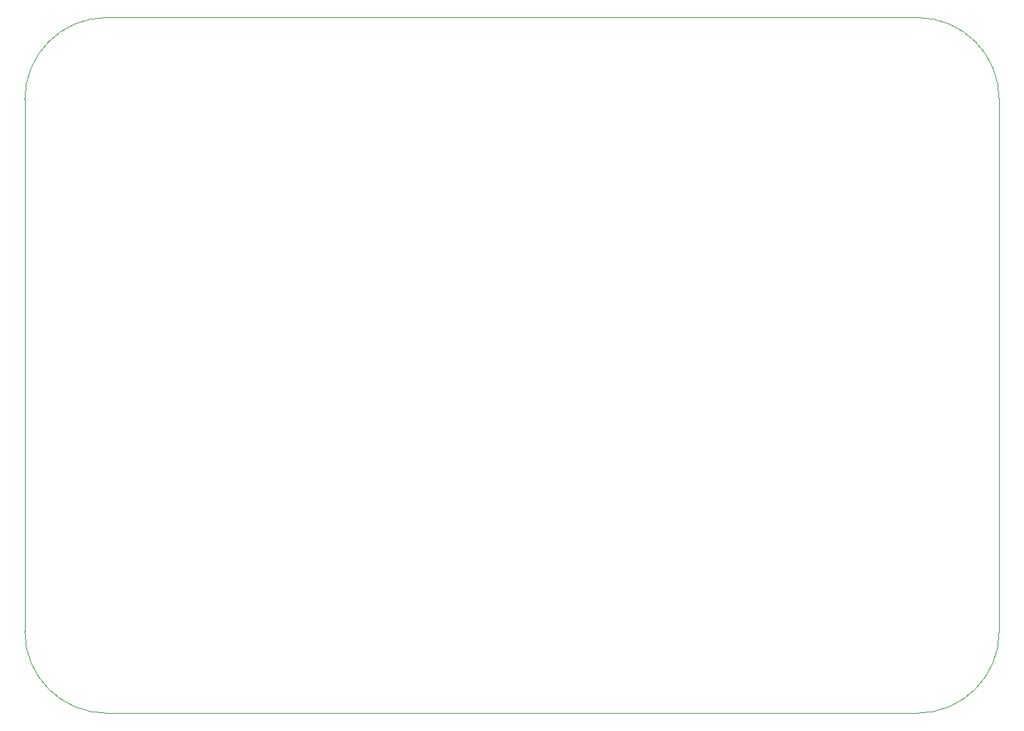
<source format=gbr>
%TF.GenerationSoftware,KiCad,Pcbnew,(7.0.0)*%
%TF.CreationDate,2023-04-01T11:09:39+07:00*%
%TF.ProjectId,gut-kontrol-1kW,6775742d-6b6f-46e7-9472-6f6c2d316b57,rev?*%
%TF.SameCoordinates,Original*%
%TF.FileFunction,Profile,NP*%
%FSLAX46Y46*%
G04 Gerber Fmt 4.6, Leading zero omitted, Abs format (unit mm)*
G04 Created by KiCad (PCBNEW (7.0.0)) date 2023-04-01 11:09:39*
%MOMM*%
%LPD*%
G01*
G04 APERTURE LIST*
%TA.AperFunction,Profile*%
%ADD10C,0.100000*%
%TD*%
G04 APERTURE END LIST*
D10*
X147000000Y-135000000D02*
X48000000Y-135000000D01*
X147000000Y-135000000D02*
G75*
G03*
X157000000Y-125000000I0J10000000D01*
G01*
X157000000Y-60000000D02*
X157000000Y-125000000D01*
X48000000Y-50000000D02*
X147000000Y-50000000D01*
X48000000Y-50000000D02*
G75*
G03*
X38000000Y-60000000I0J-10000000D01*
G01*
X157000000Y-60000000D02*
G75*
G03*
X147000000Y-50000000I-10000000J0D01*
G01*
X38000000Y-125000000D02*
G75*
G03*
X48000000Y-135000000I10000000J0D01*
G01*
X38000000Y-125000000D02*
X38000000Y-60000000D01*
M02*

</source>
